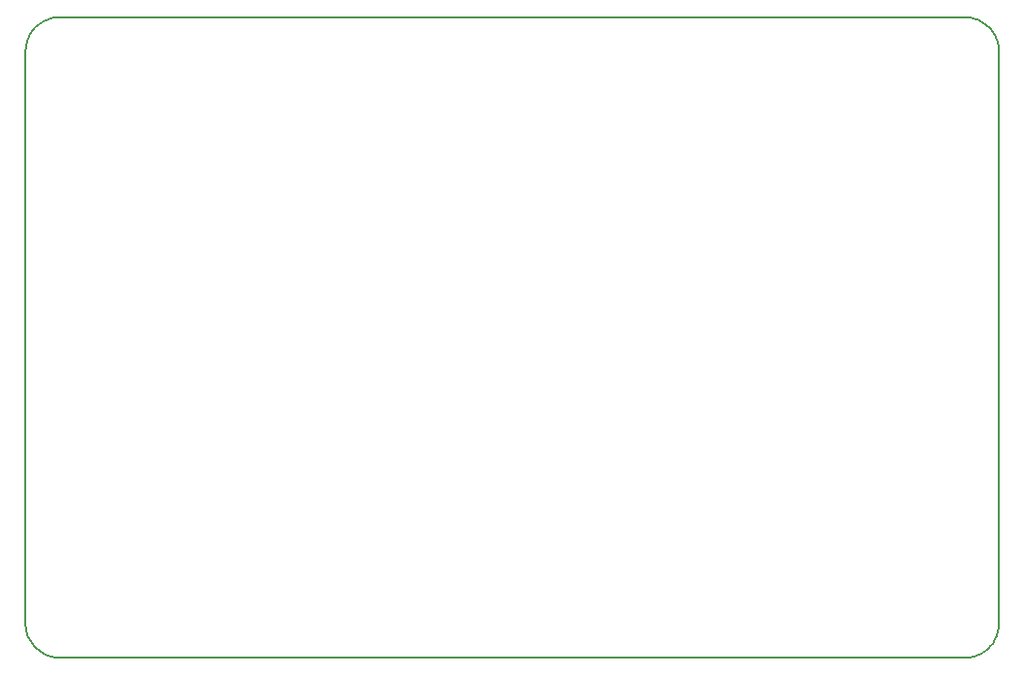
<source format=gbr>
G04 #@! TF.GenerationSoftware,KiCad,Pcbnew,(5.1.4-0)*
G04 #@! TF.CreationDate,2019-09-27T20:11:36-04:00*
G04 #@! TF.ProjectId,Pi_HAT_MACHINECLIENT,50695f48-4154-45f4-9d41-4348494e4543,rev?*
G04 #@! TF.SameCoordinates,Original*
G04 #@! TF.FileFunction,Profile,NP*
%FSLAX46Y46*%
G04 Gerber Fmt 4.6, Leading zero omitted, Abs format (unit mm)*
G04 Created by KiCad (PCBNEW (5.1.4-0)) date 2019-09-27 20:11:36*
%MOMM*%
%LPD*%
G04 APERTURE LIST*
%ADD10C,0.200000*%
G04 APERTURE END LIST*
D10*
X61388983Y10659972D02*
X61382779Y10854413D01*
X61382779Y10854413D02*
X61365325Y11038517D01*
X61365325Y11038517D02*
X61337704Y11215192D01*
X61337704Y11215192D02*
X61301637Y11381543D01*
X61301637Y11381543D02*
X61257866Y11539914D01*
X61257866Y11539914D02*
X61207362Y11690347D01*
X61207362Y11690347D02*
X61150137Y11835012D01*
X61150137Y11835012D02*
X61086738Y11973844D01*
X61086738Y11973844D02*
X61017692Y12106799D01*
X61017692Y12106799D02*
X60943792Y12233363D01*
X60943792Y12233363D02*
X60863349Y12356829D01*
X60863349Y12356829D02*
X60777449Y12475551D01*
X60777449Y12475551D02*
X60688527Y12586799D01*
X60688527Y12586799D02*
X60593764Y12694471D01*
X60593764Y12694471D02*
X60492026Y12799455D01*
X60492026Y12799455D02*
X60383633Y12900894D01*
X60383633Y12900894D02*
X60273823Y12994101D01*
X60273823Y12994101D02*
X60159576Y13082036D01*
X60159576Y13082036D02*
X60041549Y13164201D01*
X60041549Y13164201D02*
X59916572Y13242496D01*
X59916572Y13242496D02*
X59782052Y13317629D01*
X59782052Y13317629D02*
X59645454Y13384988D01*
X59645454Y13384988D02*
X59505055Y13445515D01*
X59505055Y13445515D02*
X59358342Y13499916D01*
X59358342Y13499916D02*
X59204796Y13547716D01*
X59204796Y13547716D02*
X59043290Y13588406D01*
X59043290Y13588406D02*
X58874965Y13620803D01*
X58874965Y13620803D02*
X58689850Y13645063D01*
X58689850Y13645063D02*
X58501366Y13657893D01*
X58501366Y13657893D02*
X58388994Y13659961D01*
X61388983Y-39339215D02*
X61388983Y10659972D01*
X58388994Y-42339204D02*
X58582876Y-42333035D01*
X58582876Y-42333035D02*
X58767606Y-42315534D01*
X58767606Y-42315534D02*
X58944307Y-42287900D01*
X58944307Y-42287900D02*
X59108984Y-42252235D01*
X59108984Y-42252235D02*
X59269063Y-42208030D01*
X59269063Y-42208030D02*
X59419507Y-42157506D01*
X59419507Y-42157506D02*
X59564180Y-42100260D01*
X59564180Y-42100260D02*
X59703015Y-42036840D01*
X59703015Y-42036840D02*
X59835974Y-41967772D01*
X59835974Y-41967772D02*
X59963020Y-41893553D01*
X59963020Y-41893553D02*
X60089718Y-41810827D01*
X60089718Y-41810827D02*
X60208302Y-41724733D01*
X60208302Y-41724733D02*
X60322422Y-41633091D01*
X60322422Y-41633091D02*
X60428581Y-41539159D01*
X60428581Y-41539159D02*
X60530181Y-41440381D01*
X60530181Y-41440381D02*
X60631530Y-41331897D01*
X60631530Y-41331897D02*
X60726061Y-41220253D01*
X60726061Y-41220253D02*
X60819123Y-41098567D01*
X60819123Y-41098567D02*
X60904771Y-40974001D01*
X60904771Y-40974001D02*
X60981920Y-40848930D01*
X60981920Y-40848930D02*
X61053021Y-40719898D01*
X61053021Y-40719898D02*
X61118820Y-40585031D01*
X61118820Y-40585031D02*
X61180500Y-40440112D01*
X61180500Y-40440112D02*
X61234676Y-40291414D01*
X61234676Y-40291414D02*
X61281730Y-40136941D01*
X61281730Y-40136941D02*
X61321561Y-39974517D01*
X61321561Y-39974517D02*
X61353793Y-39800047D01*
X61353793Y-39800047D02*
X61375912Y-39621026D01*
X61375912Y-39621026D02*
X61387563Y-39432288D01*
X61387563Y-39432288D02*
X61388983Y-39339215D01*
X-23609618Y-39339215D02*
X-23603412Y-39533618D01*
X-23603412Y-39533618D02*
X-23585954Y-39717692D01*
X-23585954Y-39717692D02*
X-23558756Y-39892042D01*
X-23558756Y-39892042D02*
X-23522808Y-40058418D01*
X-23522808Y-40058418D02*
X-23478474Y-40219030D01*
X-23478474Y-40219030D02*
X-23427959Y-40369453D01*
X-23427959Y-40369453D02*
X-23370723Y-40514110D01*
X-23370723Y-40514110D02*
X-23307313Y-40652937D01*
X-23307313Y-40652937D02*
X-23238257Y-40785889D01*
X-23238257Y-40785889D02*
X-23164049Y-40912936D01*
X-23164049Y-40912936D02*
X-23078771Y-41043352D01*
X-23078771Y-41043352D02*
X-22994224Y-41159573D01*
X-22994224Y-41159573D02*
X-22903618Y-41272360D01*
X-22903618Y-41272360D02*
X-22809695Y-41378532D01*
X-22809695Y-41378532D02*
X-22710926Y-41480147D01*
X-22710926Y-41480147D02*
X-22602869Y-41581140D01*
X-22602869Y-41581140D02*
X-22494314Y-41673234D01*
X-22494314Y-41673234D02*
X-22380062Y-41761180D01*
X-22380062Y-41761180D02*
X-22262032Y-41843355D01*
X-22262032Y-41843355D02*
X-22137054Y-41921661D01*
X-22137054Y-41921661D02*
X-22002535Y-41996804D01*
X-22002535Y-41996804D02*
X-21865941Y-42064175D01*
X-21865941Y-42064175D02*
X-21725547Y-42124713D01*
X-21725547Y-42124713D02*
X-21578843Y-42179125D01*
X-21578843Y-42179125D02*
X-21425310Y-42226934D01*
X-21425310Y-42226934D02*
X-21263821Y-42267633D01*
X-21263821Y-42267633D02*
X-21095517Y-42300035D01*
X-21095517Y-42300035D02*
X-20911020Y-42324242D01*
X-20911020Y-42324242D02*
X-20722579Y-42337112D01*
X-20722579Y-42337112D02*
X-20609629Y-42339204D01*
X-23609618Y10659972D02*
X-23609618Y-39339215D01*
X-20609629Y13659961D02*
X-20804070Y13653755D01*
X-20804070Y13653755D02*
X-20988174Y13636297D01*
X-20988174Y13636297D02*
X-21164849Y13608670D01*
X-21164849Y13608670D02*
X-21331200Y13572596D01*
X-21331200Y13572596D02*
X-21489571Y13528817D01*
X-21489571Y13528817D02*
X-21640004Y13478302D01*
X-21640004Y13478302D02*
X-21784669Y13421066D01*
X-21784669Y13421066D02*
X-21923501Y13357656D01*
X-21923501Y13357656D02*
X-22056456Y13288600D01*
X-22056456Y13288600D02*
X-22183502Y13214392D01*
X-22183502Y13214392D02*
X-22313917Y13129114D01*
X-22313917Y13129114D02*
X-22430134Y13044567D01*
X-22430134Y13044567D02*
X-22542916Y12953961D01*
X-22542916Y12953961D02*
X-22649081Y12860038D01*
X-22649081Y12860038D02*
X-22750688Y12761269D01*
X-22750688Y12761269D02*
X-22851673Y12653212D01*
X-22851673Y12653212D02*
X-22943758Y12544657D01*
X-22943758Y12544657D02*
X-23031693Y12430405D01*
X-23031693Y12430405D02*
X-23113858Y12312375D01*
X-23113858Y12312375D02*
X-23192153Y12187397D01*
X-23192153Y12187397D02*
X-23267286Y12052878D01*
X-23267286Y12052878D02*
X-23334645Y11916284D01*
X-23334645Y11916284D02*
X-23395172Y11775890D01*
X-23395172Y11775890D02*
X-23449573Y11629186D01*
X-23449573Y11629186D02*
X-23497373Y11475653D01*
X-23497373Y11475653D02*
X-23538063Y11314164D01*
X-23538063Y11314164D02*
X-23570460Y11145860D01*
X-23570460Y11145860D02*
X-23594660Y10961363D01*
X-23594660Y10961363D02*
X-23607527Y10772922D01*
X-23607527Y10772922D02*
X-23609618Y10659972D01*
X58388994Y13659961D02*
X-20609629Y13659961D01*
X-20609629Y13659961D02*
X-20609629Y13659961D01*
X-20609629Y-42339204D02*
X58388994Y-42339204D01*
X58388994Y-42339204D02*
X58388994Y-42339204D01*
M02*

</source>
